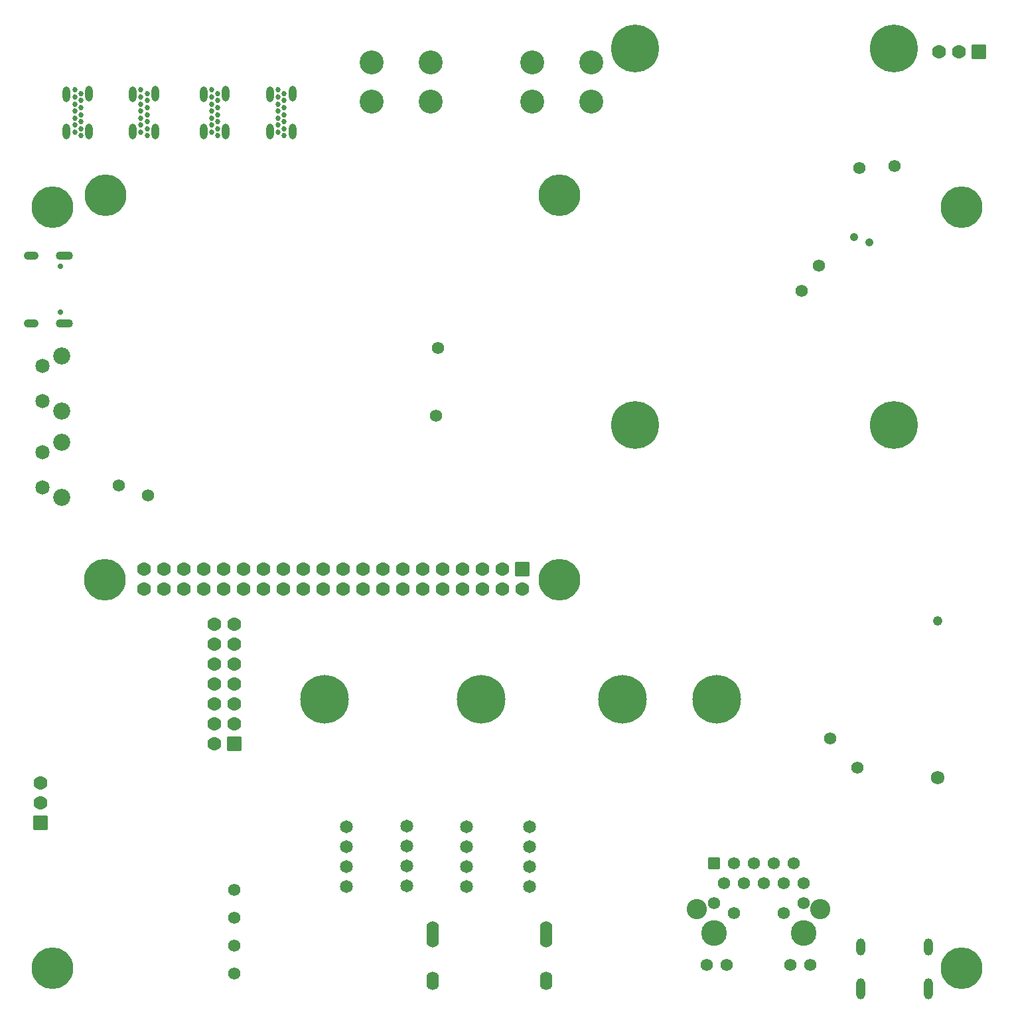
<source format=gbs>
G04 #@! TF.GenerationSoftware,KiCad,Pcbnew,9.0.6*
G04 #@! TF.CreationDate,2025-10-31T11:06:38-04:00*
G04 #@! TF.ProjectId,libreboard,6c696272-6562-46f6-9172-642e6b696361,rev?*
G04 #@! TF.SameCoordinates,Original*
G04 #@! TF.FileFunction,Soldermask,Bot*
G04 #@! TF.FilePolarity,Negative*
%FSLAX46Y46*%
G04 Gerber Fmt 4.6, Leading zero omitted, Abs format (unit mm)*
G04 Created by KiCad (PCBNEW 9.0.6) date 2025-10-31 11:06:38*
%MOMM*%
%LPD*%
G01*
G04 APERTURE LIST*
G04 Aperture macros list*
%AMRoundRect*
0 Rectangle with rounded corners*
0 $1 Rounding radius*
0 $2 $3 $4 $5 $6 $7 $8 $9 X,Y pos of 4 corners*
0 Add a 4 corners polygon primitive as box body*
4,1,4,$2,$3,$4,$5,$6,$7,$8,$9,$2,$3,0*
0 Add four circle primitives for the rounded corners*
1,1,$1+$1,$2,$3*
1,1,$1+$1,$4,$5*
1,1,$1+$1,$6,$7*
1,1,$1+$1,$8,$9*
0 Add four rect primitives between the rounded corners*
20,1,$1+$1,$2,$3,$4,$5,0*
20,1,$1+$1,$4,$5,$6,$7,0*
20,1,$1+$1,$6,$7,$8,$9,0*
20,1,$1+$1,$8,$9,$2,$3,0*%
G04 Aperture macros list end*
%ADD10C,0.685600*%
%ADD11O,0.965000X1.981000*%
%ADD12RoundRect,0.038000X-0.850000X0.850000X-0.850000X-0.850000X0.850000X-0.850000X0.850000X0.850000X0*%
%ADD13C,1.776000*%
%ADD14C,0.726000*%
%ADD15O,2.176000X1.076000*%
%ADD16O,1.876000X1.076000*%
%ADD17C,3.276000*%
%ADD18RoundRect,0.263192X-0.524808X-0.524808X0.524808X-0.524808X0.524808X0.524808X-0.524808X0.524808X0*%
%ADD19C,1.576000*%
%ADD20C,2.576000*%
%ADD21O,1.576000X3.376000*%
%ADD22O,1.576000X2.376000*%
%ADD23C,5.300000*%
%ADD24RoundRect,0.038000X0.850000X0.850000X-0.850000X0.850000X-0.850000X-0.850000X0.850000X-0.850000X0*%
%ADD25C,1.226000*%
%ADD26C,1.726000*%
%ADD27C,6.200000*%
%ADD28C,1.650800*%
%ADD29C,3.054000*%
%ADD30O,1.176000X2.176000*%
%ADD31O,1.176000X2.676000*%
%ADD32C,2.176000*%
%ADD33C,1.826000*%
%ADD34C,6.100000*%
%ADD35C,1.076000*%
G04 APERTURE END LIST*
D10*
X151559200Y-87481200D03*
X151559200Y-88381201D03*
X151559200Y-89281199D03*
X151559200Y-90181200D03*
X151559200Y-91081200D03*
X151559200Y-91981199D03*
X151559200Y-92881199D03*
X150779199Y-92431199D03*
X150779199Y-91531199D03*
X150779199Y-90631200D03*
X150779199Y-89731200D03*
X150779199Y-88831199D03*
X150779199Y-87931201D03*
X150779199Y-87031200D03*
D11*
X152599200Y-92331201D03*
X152599200Y-87531200D03*
X149750500Y-87608528D03*
X149739200Y-92331201D03*
D10*
X143072800Y-87481200D03*
X143072800Y-88381201D03*
X143072800Y-89281199D03*
X143072800Y-90181200D03*
X143072800Y-91081200D03*
X143072800Y-91981199D03*
X143072800Y-92881199D03*
X142292799Y-92431199D03*
X142292799Y-91531199D03*
X142292799Y-90631200D03*
X142292799Y-89731200D03*
X142292799Y-88831199D03*
X142292799Y-87931201D03*
X142292799Y-87031200D03*
D11*
X144112800Y-92331201D03*
X144112800Y-87531200D03*
X141264100Y-87608528D03*
X141252800Y-92331201D03*
D10*
X134059200Y-87481200D03*
X134059200Y-88381201D03*
X134059200Y-89281199D03*
X134059200Y-90181200D03*
X134059200Y-91081200D03*
X134059200Y-91981199D03*
X134059200Y-92881199D03*
X133279199Y-92431199D03*
X133279199Y-91531199D03*
X133279199Y-90631200D03*
X133279199Y-89731200D03*
X133279199Y-88831199D03*
X133279199Y-87931201D03*
X133279199Y-87031200D03*
D11*
X135099200Y-92331201D03*
X135099200Y-87531200D03*
X132250500Y-87608528D03*
X132239200Y-92331201D03*
D10*
X125600000Y-87481200D03*
X125600000Y-88381201D03*
X125600000Y-89281199D03*
X125600000Y-90181200D03*
X125600000Y-91081200D03*
X125600000Y-91981199D03*
X125600000Y-92881199D03*
X124819999Y-92431199D03*
X124819999Y-91531199D03*
X124819999Y-90631200D03*
X124819999Y-89731200D03*
X124819999Y-88831199D03*
X124819999Y-87931201D03*
X124819999Y-87031200D03*
D11*
X126640000Y-92331201D03*
X126640000Y-87531200D03*
X123791300Y-87608528D03*
X123780000Y-92331201D03*
D12*
X181962600Y-148164100D03*
D13*
X181962600Y-150704100D03*
X179422600Y-148164100D03*
X179422600Y-150704100D03*
X176882600Y-148164100D03*
X176882600Y-150704100D03*
X174342600Y-148164100D03*
X174342600Y-150704100D03*
X171802600Y-148164100D03*
X171802600Y-150704100D03*
X169262600Y-148164100D03*
X169262600Y-150704100D03*
X166722600Y-148164100D03*
X166722600Y-150704100D03*
X164182600Y-148164100D03*
X164182600Y-150704100D03*
X161642600Y-148164100D03*
X161642600Y-150704100D03*
X159102600Y-148164100D03*
X159102600Y-150704100D03*
X156562600Y-148164100D03*
X156562600Y-150704100D03*
X154022600Y-148164100D03*
X154022600Y-150704100D03*
X151482600Y-148164100D03*
X151482600Y-150704100D03*
X148942600Y-148164100D03*
X148942600Y-150704100D03*
X146402600Y-148164100D03*
X146402600Y-150704100D03*
X143862600Y-148164100D03*
X143862600Y-150704100D03*
X141322600Y-148164100D03*
X141322600Y-150704100D03*
X138782600Y-148164100D03*
X138782600Y-150704100D03*
X136242600Y-148164100D03*
X136242600Y-150704100D03*
X133702600Y-148164100D03*
X133702600Y-150704100D03*
D14*
X122978891Y-109564100D03*
X122978891Y-115344100D03*
D15*
X123478891Y-108134100D03*
D16*
X119298891Y-108134100D03*
D15*
X123478891Y-116774100D03*
D16*
X119298891Y-116774100D03*
D17*
X206363891Y-194534302D03*
X217793891Y-194534302D03*
D18*
X206363891Y-185644302D03*
D19*
X207633891Y-188184302D03*
X208903891Y-185644302D03*
X210173891Y-188184302D03*
X211443891Y-185644302D03*
X212713891Y-188184302D03*
X213983891Y-185644302D03*
X215253891Y-188184302D03*
X216523891Y-185644302D03*
X217793891Y-188184302D03*
X206363891Y-190704302D03*
X208903891Y-191974302D03*
X215253891Y-191974302D03*
X217793891Y-190704302D03*
X205448891Y-198594302D03*
X207988891Y-198594302D03*
X216168891Y-198594302D03*
X218708891Y-198594302D03*
D20*
X204203891Y-191484302D03*
X219953891Y-191484302D03*
D21*
X184978891Y-194704302D03*
X170478891Y-194704302D03*
D22*
X170478891Y-200664302D03*
X184978891Y-200664302D03*
D23*
X128691299Y-149478009D03*
X128738891Y-100474100D03*
X186691299Y-149478009D03*
X186691299Y-100474100D03*
D24*
X145202600Y-170404100D03*
D13*
X142662600Y-170404100D03*
X145202600Y-167864100D03*
X142662600Y-167864100D03*
X145202600Y-165324100D03*
X142662600Y-165324100D03*
X145202600Y-162784100D03*
X142662600Y-162784100D03*
X145202600Y-160244100D03*
X142662600Y-160244100D03*
X145202600Y-157704100D03*
X142662600Y-157704100D03*
X145202600Y-155164100D03*
X142662600Y-155164100D03*
D12*
X240202600Y-82204100D03*
D13*
X237662600Y-82204100D03*
X235122600Y-82204100D03*
D25*
X234952600Y-154704100D03*
D26*
X234952600Y-174704100D03*
D27*
X206702600Y-164704100D03*
X194702600Y-164704100D03*
X176702600Y-164704100D03*
X156702600Y-164704100D03*
D23*
X122000000Y-199000000D03*
D28*
X167202600Y-180924100D03*
X167202600Y-183464100D03*
X167202600Y-186004100D03*
X167202600Y-188544100D03*
D23*
X238000000Y-102000000D03*
D29*
X190728891Y-83504302D03*
X183228891Y-83504302D03*
X190728891Y-88504302D03*
X183228891Y-88504302D03*
D28*
X174802600Y-180954100D03*
X174802600Y-183494100D03*
X174802600Y-186034100D03*
X174802600Y-188574100D03*
D30*
X225062600Y-196324100D03*
D31*
X225062600Y-201684100D03*
D30*
X233702600Y-196324100D03*
D31*
X233702600Y-201684100D03*
D32*
X123192600Y-138954100D03*
X123192600Y-131944100D03*
D33*
X120702600Y-137704100D03*
X120702600Y-133204100D03*
D32*
X123192600Y-127954100D03*
X123192600Y-120944100D03*
D33*
X120702600Y-126704100D03*
X120702600Y-122204100D03*
D24*
X120452600Y-180454100D03*
D13*
X120452600Y-177914100D03*
X120452600Y-175374100D03*
D28*
X159478891Y-180954302D03*
X159478891Y-183494302D03*
X159478891Y-186034302D03*
X159478891Y-188574302D03*
D29*
X170228891Y-83504302D03*
X162728891Y-83504302D03*
X170228891Y-88504302D03*
X162728891Y-88504302D03*
D23*
X122000000Y-102000000D03*
X238000000Y-199000000D03*
D34*
X229326309Y-129750393D03*
X229326309Y-81750393D03*
X196326309Y-129750393D03*
X196326309Y-81750393D03*
D28*
X182849400Y-180950736D03*
X182849400Y-183490736D03*
X182849400Y-186030736D03*
X182849400Y-188570736D03*
D35*
X224289042Y-105794540D03*
D19*
X171202600Y-119954100D03*
X134202600Y-138704100D03*
X130452600Y-137454100D03*
X217602600Y-112652100D03*
X229452600Y-96704100D03*
X224952600Y-96954100D03*
X145202600Y-192604100D03*
X145202600Y-189054100D03*
X224702600Y-173454100D03*
X145202600Y-196154100D03*
X221202600Y-169704100D03*
X145202600Y-199704100D03*
X170952600Y-128604100D03*
D35*
X226202600Y-106454100D03*
D19*
X219802600Y-109404100D03*
M02*

</source>
